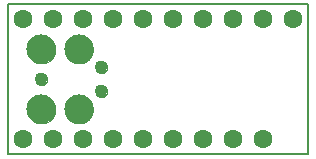
<source format=gbs>
G75*
%MOIN*%
%OFA0B0*%
%FSLAX25Y25*%
%IPPOS*%
%LPD*%
%AMOC8*
5,1,8,0,0,1.08239X$1,22.5*
%
%ADD10C,0.00500*%
%ADD11C,0.00000*%
%ADD12C,0.04300*%
%ADD13C,0.09750*%
%ADD14C,0.06306*%
D10*
X0003750Y0001400D02*
X0003750Y0051400D01*
X0103750Y0051400D01*
X0103750Y0001400D01*
X0003750Y0001400D01*
D11*
X0010075Y0016400D02*
X0010077Y0016537D01*
X0010083Y0016673D01*
X0010093Y0016809D01*
X0010107Y0016945D01*
X0010125Y0017081D01*
X0010147Y0017216D01*
X0010172Y0017350D01*
X0010202Y0017483D01*
X0010236Y0017615D01*
X0010273Y0017747D01*
X0010314Y0017877D01*
X0010360Y0018006D01*
X0010408Y0018134D01*
X0010461Y0018260D01*
X0010517Y0018384D01*
X0010577Y0018507D01*
X0010640Y0018628D01*
X0010707Y0018747D01*
X0010777Y0018864D01*
X0010851Y0018980D01*
X0010928Y0019092D01*
X0011008Y0019203D01*
X0011092Y0019311D01*
X0011179Y0019417D01*
X0011268Y0019520D01*
X0011361Y0019620D01*
X0011456Y0019718D01*
X0011555Y0019813D01*
X0011656Y0019905D01*
X0011760Y0019993D01*
X0011866Y0020079D01*
X0011975Y0020162D01*
X0012086Y0020241D01*
X0012199Y0020318D01*
X0012315Y0020391D01*
X0012432Y0020460D01*
X0012552Y0020526D01*
X0012673Y0020588D01*
X0012797Y0020647D01*
X0012922Y0020703D01*
X0013048Y0020754D01*
X0013176Y0020802D01*
X0013305Y0020846D01*
X0013436Y0020887D01*
X0013568Y0020923D01*
X0013700Y0020956D01*
X0013834Y0020984D01*
X0013968Y0021009D01*
X0014103Y0021030D01*
X0014239Y0021047D01*
X0014375Y0021060D01*
X0014511Y0021069D01*
X0014648Y0021074D01*
X0014784Y0021075D01*
X0014921Y0021072D01*
X0015057Y0021065D01*
X0015193Y0021054D01*
X0015329Y0021039D01*
X0015464Y0021020D01*
X0015599Y0020997D01*
X0015733Y0020970D01*
X0015866Y0020940D01*
X0015998Y0020905D01*
X0016130Y0020867D01*
X0016259Y0020825D01*
X0016388Y0020779D01*
X0016515Y0020729D01*
X0016641Y0020675D01*
X0016765Y0020618D01*
X0016888Y0020558D01*
X0017008Y0020493D01*
X0017127Y0020426D01*
X0017243Y0020355D01*
X0017358Y0020280D01*
X0017470Y0020202D01*
X0017580Y0020121D01*
X0017688Y0020037D01*
X0017793Y0019949D01*
X0017895Y0019859D01*
X0017995Y0019766D01*
X0018092Y0019669D01*
X0018186Y0019570D01*
X0018277Y0019469D01*
X0018365Y0019364D01*
X0018450Y0019257D01*
X0018532Y0019148D01*
X0018611Y0019036D01*
X0018686Y0018922D01*
X0018758Y0018806D01*
X0018827Y0018688D01*
X0018892Y0018568D01*
X0018954Y0018446D01*
X0019012Y0018322D01*
X0019066Y0018197D01*
X0019117Y0018070D01*
X0019163Y0017942D01*
X0019207Y0017812D01*
X0019246Y0017681D01*
X0019282Y0017549D01*
X0019313Y0017416D01*
X0019341Y0017283D01*
X0019365Y0017148D01*
X0019385Y0017013D01*
X0019401Y0016877D01*
X0019413Y0016741D01*
X0019421Y0016605D01*
X0019425Y0016468D01*
X0019425Y0016332D01*
X0019421Y0016195D01*
X0019413Y0016059D01*
X0019401Y0015923D01*
X0019385Y0015787D01*
X0019365Y0015652D01*
X0019341Y0015517D01*
X0019313Y0015384D01*
X0019282Y0015251D01*
X0019246Y0015119D01*
X0019207Y0014988D01*
X0019163Y0014858D01*
X0019117Y0014730D01*
X0019066Y0014603D01*
X0019012Y0014478D01*
X0018954Y0014354D01*
X0018892Y0014232D01*
X0018827Y0014112D01*
X0018758Y0013994D01*
X0018686Y0013878D01*
X0018611Y0013764D01*
X0018532Y0013652D01*
X0018450Y0013543D01*
X0018365Y0013436D01*
X0018277Y0013331D01*
X0018186Y0013230D01*
X0018092Y0013131D01*
X0017995Y0013034D01*
X0017895Y0012941D01*
X0017793Y0012851D01*
X0017688Y0012763D01*
X0017580Y0012679D01*
X0017470Y0012598D01*
X0017358Y0012520D01*
X0017243Y0012445D01*
X0017127Y0012374D01*
X0017008Y0012307D01*
X0016888Y0012242D01*
X0016765Y0012182D01*
X0016641Y0012125D01*
X0016515Y0012071D01*
X0016388Y0012021D01*
X0016259Y0011975D01*
X0016130Y0011933D01*
X0015998Y0011895D01*
X0015866Y0011860D01*
X0015733Y0011830D01*
X0015599Y0011803D01*
X0015464Y0011780D01*
X0015329Y0011761D01*
X0015193Y0011746D01*
X0015057Y0011735D01*
X0014921Y0011728D01*
X0014784Y0011725D01*
X0014648Y0011726D01*
X0014511Y0011731D01*
X0014375Y0011740D01*
X0014239Y0011753D01*
X0014103Y0011770D01*
X0013968Y0011791D01*
X0013834Y0011816D01*
X0013700Y0011844D01*
X0013568Y0011877D01*
X0013436Y0011913D01*
X0013305Y0011954D01*
X0013176Y0011998D01*
X0013048Y0012046D01*
X0012922Y0012097D01*
X0012797Y0012153D01*
X0012673Y0012212D01*
X0012552Y0012274D01*
X0012432Y0012340D01*
X0012315Y0012409D01*
X0012199Y0012482D01*
X0012086Y0012559D01*
X0011975Y0012638D01*
X0011866Y0012721D01*
X0011760Y0012807D01*
X0011656Y0012895D01*
X0011555Y0012987D01*
X0011456Y0013082D01*
X0011361Y0013180D01*
X0011268Y0013280D01*
X0011179Y0013383D01*
X0011092Y0013489D01*
X0011008Y0013597D01*
X0010928Y0013708D01*
X0010851Y0013820D01*
X0010777Y0013936D01*
X0010707Y0014053D01*
X0010640Y0014172D01*
X0010577Y0014293D01*
X0010517Y0014416D01*
X0010461Y0014540D01*
X0010408Y0014666D01*
X0010360Y0014794D01*
X0010314Y0014923D01*
X0010273Y0015053D01*
X0010236Y0015185D01*
X0010202Y0015317D01*
X0010172Y0015450D01*
X0010147Y0015584D01*
X0010125Y0015719D01*
X0010107Y0015855D01*
X0010093Y0015991D01*
X0010083Y0016127D01*
X0010077Y0016263D01*
X0010075Y0016400D01*
X0022575Y0016400D02*
X0022577Y0016537D01*
X0022583Y0016673D01*
X0022593Y0016809D01*
X0022607Y0016945D01*
X0022625Y0017081D01*
X0022647Y0017216D01*
X0022672Y0017350D01*
X0022702Y0017483D01*
X0022736Y0017615D01*
X0022773Y0017747D01*
X0022814Y0017877D01*
X0022860Y0018006D01*
X0022908Y0018134D01*
X0022961Y0018260D01*
X0023017Y0018384D01*
X0023077Y0018507D01*
X0023140Y0018628D01*
X0023207Y0018747D01*
X0023277Y0018864D01*
X0023351Y0018980D01*
X0023428Y0019092D01*
X0023508Y0019203D01*
X0023592Y0019311D01*
X0023679Y0019417D01*
X0023768Y0019520D01*
X0023861Y0019620D01*
X0023956Y0019718D01*
X0024055Y0019813D01*
X0024156Y0019905D01*
X0024260Y0019993D01*
X0024366Y0020079D01*
X0024475Y0020162D01*
X0024586Y0020241D01*
X0024699Y0020318D01*
X0024815Y0020391D01*
X0024932Y0020460D01*
X0025052Y0020526D01*
X0025173Y0020588D01*
X0025297Y0020647D01*
X0025422Y0020703D01*
X0025548Y0020754D01*
X0025676Y0020802D01*
X0025805Y0020846D01*
X0025936Y0020887D01*
X0026068Y0020923D01*
X0026200Y0020956D01*
X0026334Y0020984D01*
X0026468Y0021009D01*
X0026603Y0021030D01*
X0026739Y0021047D01*
X0026875Y0021060D01*
X0027011Y0021069D01*
X0027148Y0021074D01*
X0027284Y0021075D01*
X0027421Y0021072D01*
X0027557Y0021065D01*
X0027693Y0021054D01*
X0027829Y0021039D01*
X0027964Y0021020D01*
X0028099Y0020997D01*
X0028233Y0020970D01*
X0028366Y0020940D01*
X0028498Y0020905D01*
X0028630Y0020867D01*
X0028759Y0020825D01*
X0028888Y0020779D01*
X0029015Y0020729D01*
X0029141Y0020675D01*
X0029265Y0020618D01*
X0029388Y0020558D01*
X0029508Y0020493D01*
X0029627Y0020426D01*
X0029743Y0020355D01*
X0029858Y0020280D01*
X0029970Y0020202D01*
X0030080Y0020121D01*
X0030188Y0020037D01*
X0030293Y0019949D01*
X0030395Y0019859D01*
X0030495Y0019766D01*
X0030592Y0019669D01*
X0030686Y0019570D01*
X0030777Y0019469D01*
X0030865Y0019364D01*
X0030950Y0019257D01*
X0031032Y0019148D01*
X0031111Y0019036D01*
X0031186Y0018922D01*
X0031258Y0018806D01*
X0031327Y0018688D01*
X0031392Y0018568D01*
X0031454Y0018446D01*
X0031512Y0018322D01*
X0031566Y0018197D01*
X0031617Y0018070D01*
X0031663Y0017942D01*
X0031707Y0017812D01*
X0031746Y0017681D01*
X0031782Y0017549D01*
X0031813Y0017416D01*
X0031841Y0017283D01*
X0031865Y0017148D01*
X0031885Y0017013D01*
X0031901Y0016877D01*
X0031913Y0016741D01*
X0031921Y0016605D01*
X0031925Y0016468D01*
X0031925Y0016332D01*
X0031921Y0016195D01*
X0031913Y0016059D01*
X0031901Y0015923D01*
X0031885Y0015787D01*
X0031865Y0015652D01*
X0031841Y0015517D01*
X0031813Y0015384D01*
X0031782Y0015251D01*
X0031746Y0015119D01*
X0031707Y0014988D01*
X0031663Y0014858D01*
X0031617Y0014730D01*
X0031566Y0014603D01*
X0031512Y0014478D01*
X0031454Y0014354D01*
X0031392Y0014232D01*
X0031327Y0014112D01*
X0031258Y0013994D01*
X0031186Y0013878D01*
X0031111Y0013764D01*
X0031032Y0013652D01*
X0030950Y0013543D01*
X0030865Y0013436D01*
X0030777Y0013331D01*
X0030686Y0013230D01*
X0030592Y0013131D01*
X0030495Y0013034D01*
X0030395Y0012941D01*
X0030293Y0012851D01*
X0030188Y0012763D01*
X0030080Y0012679D01*
X0029970Y0012598D01*
X0029858Y0012520D01*
X0029743Y0012445D01*
X0029627Y0012374D01*
X0029508Y0012307D01*
X0029388Y0012242D01*
X0029265Y0012182D01*
X0029141Y0012125D01*
X0029015Y0012071D01*
X0028888Y0012021D01*
X0028759Y0011975D01*
X0028630Y0011933D01*
X0028498Y0011895D01*
X0028366Y0011860D01*
X0028233Y0011830D01*
X0028099Y0011803D01*
X0027964Y0011780D01*
X0027829Y0011761D01*
X0027693Y0011746D01*
X0027557Y0011735D01*
X0027421Y0011728D01*
X0027284Y0011725D01*
X0027148Y0011726D01*
X0027011Y0011731D01*
X0026875Y0011740D01*
X0026739Y0011753D01*
X0026603Y0011770D01*
X0026468Y0011791D01*
X0026334Y0011816D01*
X0026200Y0011844D01*
X0026068Y0011877D01*
X0025936Y0011913D01*
X0025805Y0011954D01*
X0025676Y0011998D01*
X0025548Y0012046D01*
X0025422Y0012097D01*
X0025297Y0012153D01*
X0025173Y0012212D01*
X0025052Y0012274D01*
X0024932Y0012340D01*
X0024815Y0012409D01*
X0024699Y0012482D01*
X0024586Y0012559D01*
X0024475Y0012638D01*
X0024366Y0012721D01*
X0024260Y0012807D01*
X0024156Y0012895D01*
X0024055Y0012987D01*
X0023956Y0013082D01*
X0023861Y0013180D01*
X0023768Y0013280D01*
X0023679Y0013383D01*
X0023592Y0013489D01*
X0023508Y0013597D01*
X0023428Y0013708D01*
X0023351Y0013820D01*
X0023277Y0013936D01*
X0023207Y0014053D01*
X0023140Y0014172D01*
X0023077Y0014293D01*
X0023017Y0014416D01*
X0022961Y0014540D01*
X0022908Y0014666D01*
X0022860Y0014794D01*
X0022814Y0014923D01*
X0022773Y0015053D01*
X0022736Y0015185D01*
X0022702Y0015317D01*
X0022672Y0015450D01*
X0022647Y0015584D01*
X0022625Y0015719D01*
X0022607Y0015855D01*
X0022593Y0015991D01*
X0022583Y0016127D01*
X0022577Y0016263D01*
X0022575Y0016400D01*
X0032800Y0022400D02*
X0032802Y0022488D01*
X0032808Y0022576D01*
X0032818Y0022664D01*
X0032832Y0022751D01*
X0032850Y0022837D01*
X0032871Y0022922D01*
X0032897Y0023007D01*
X0032926Y0023090D01*
X0032959Y0023172D01*
X0032996Y0023252D01*
X0033036Y0023330D01*
X0033080Y0023407D01*
X0033127Y0023481D01*
X0033178Y0023553D01*
X0033231Y0023623D01*
X0033288Y0023691D01*
X0033348Y0023755D01*
X0033411Y0023817D01*
X0033476Y0023876D01*
X0033544Y0023932D01*
X0033615Y0023985D01*
X0033687Y0024035D01*
X0033762Y0024081D01*
X0033839Y0024124D01*
X0033918Y0024164D01*
X0033999Y0024199D01*
X0034081Y0024232D01*
X0034164Y0024260D01*
X0034249Y0024285D01*
X0034335Y0024305D01*
X0034421Y0024322D01*
X0034508Y0024335D01*
X0034596Y0024344D01*
X0034684Y0024349D01*
X0034772Y0024350D01*
X0034860Y0024347D01*
X0034948Y0024340D01*
X0035035Y0024329D01*
X0035122Y0024314D01*
X0035208Y0024295D01*
X0035294Y0024273D01*
X0035378Y0024246D01*
X0035460Y0024216D01*
X0035542Y0024182D01*
X0035622Y0024144D01*
X0035699Y0024103D01*
X0035775Y0024059D01*
X0035849Y0024011D01*
X0035921Y0023959D01*
X0035990Y0023905D01*
X0036057Y0023847D01*
X0036121Y0023787D01*
X0036182Y0023723D01*
X0036241Y0023657D01*
X0036296Y0023589D01*
X0036348Y0023517D01*
X0036397Y0023444D01*
X0036442Y0023369D01*
X0036484Y0023291D01*
X0036523Y0023212D01*
X0036558Y0023131D01*
X0036589Y0023048D01*
X0036616Y0022965D01*
X0036640Y0022880D01*
X0036660Y0022794D01*
X0036676Y0022707D01*
X0036688Y0022620D01*
X0036696Y0022532D01*
X0036700Y0022444D01*
X0036700Y0022356D01*
X0036696Y0022268D01*
X0036688Y0022180D01*
X0036676Y0022093D01*
X0036660Y0022006D01*
X0036640Y0021920D01*
X0036616Y0021835D01*
X0036589Y0021752D01*
X0036558Y0021669D01*
X0036523Y0021588D01*
X0036484Y0021509D01*
X0036442Y0021431D01*
X0036397Y0021356D01*
X0036348Y0021283D01*
X0036296Y0021211D01*
X0036241Y0021143D01*
X0036182Y0021077D01*
X0036121Y0021013D01*
X0036057Y0020953D01*
X0035990Y0020895D01*
X0035921Y0020841D01*
X0035849Y0020789D01*
X0035775Y0020741D01*
X0035699Y0020697D01*
X0035622Y0020656D01*
X0035542Y0020618D01*
X0035460Y0020584D01*
X0035378Y0020554D01*
X0035294Y0020527D01*
X0035208Y0020505D01*
X0035122Y0020486D01*
X0035035Y0020471D01*
X0034948Y0020460D01*
X0034860Y0020453D01*
X0034772Y0020450D01*
X0034684Y0020451D01*
X0034596Y0020456D01*
X0034508Y0020465D01*
X0034421Y0020478D01*
X0034335Y0020495D01*
X0034249Y0020515D01*
X0034164Y0020540D01*
X0034081Y0020568D01*
X0033999Y0020601D01*
X0033918Y0020636D01*
X0033839Y0020676D01*
X0033762Y0020719D01*
X0033687Y0020765D01*
X0033615Y0020815D01*
X0033544Y0020868D01*
X0033476Y0020924D01*
X0033411Y0020983D01*
X0033348Y0021045D01*
X0033288Y0021109D01*
X0033231Y0021177D01*
X0033178Y0021247D01*
X0033127Y0021319D01*
X0033080Y0021393D01*
X0033036Y0021470D01*
X0032996Y0021548D01*
X0032959Y0021628D01*
X0032926Y0021710D01*
X0032897Y0021793D01*
X0032871Y0021878D01*
X0032850Y0021963D01*
X0032832Y0022049D01*
X0032818Y0022136D01*
X0032808Y0022224D01*
X0032802Y0022312D01*
X0032800Y0022400D01*
X0032800Y0030400D02*
X0032802Y0030488D01*
X0032808Y0030576D01*
X0032818Y0030664D01*
X0032832Y0030751D01*
X0032850Y0030837D01*
X0032871Y0030922D01*
X0032897Y0031007D01*
X0032926Y0031090D01*
X0032959Y0031172D01*
X0032996Y0031252D01*
X0033036Y0031330D01*
X0033080Y0031407D01*
X0033127Y0031481D01*
X0033178Y0031553D01*
X0033231Y0031623D01*
X0033288Y0031691D01*
X0033348Y0031755D01*
X0033411Y0031817D01*
X0033476Y0031876D01*
X0033544Y0031932D01*
X0033615Y0031985D01*
X0033687Y0032035D01*
X0033762Y0032081D01*
X0033839Y0032124D01*
X0033918Y0032164D01*
X0033999Y0032199D01*
X0034081Y0032232D01*
X0034164Y0032260D01*
X0034249Y0032285D01*
X0034335Y0032305D01*
X0034421Y0032322D01*
X0034508Y0032335D01*
X0034596Y0032344D01*
X0034684Y0032349D01*
X0034772Y0032350D01*
X0034860Y0032347D01*
X0034948Y0032340D01*
X0035035Y0032329D01*
X0035122Y0032314D01*
X0035208Y0032295D01*
X0035294Y0032273D01*
X0035378Y0032246D01*
X0035460Y0032216D01*
X0035542Y0032182D01*
X0035622Y0032144D01*
X0035699Y0032103D01*
X0035775Y0032059D01*
X0035849Y0032011D01*
X0035921Y0031959D01*
X0035990Y0031905D01*
X0036057Y0031847D01*
X0036121Y0031787D01*
X0036182Y0031723D01*
X0036241Y0031657D01*
X0036296Y0031589D01*
X0036348Y0031517D01*
X0036397Y0031444D01*
X0036442Y0031369D01*
X0036484Y0031291D01*
X0036523Y0031212D01*
X0036558Y0031131D01*
X0036589Y0031048D01*
X0036616Y0030965D01*
X0036640Y0030880D01*
X0036660Y0030794D01*
X0036676Y0030707D01*
X0036688Y0030620D01*
X0036696Y0030532D01*
X0036700Y0030444D01*
X0036700Y0030356D01*
X0036696Y0030268D01*
X0036688Y0030180D01*
X0036676Y0030093D01*
X0036660Y0030006D01*
X0036640Y0029920D01*
X0036616Y0029835D01*
X0036589Y0029752D01*
X0036558Y0029669D01*
X0036523Y0029588D01*
X0036484Y0029509D01*
X0036442Y0029431D01*
X0036397Y0029356D01*
X0036348Y0029283D01*
X0036296Y0029211D01*
X0036241Y0029143D01*
X0036182Y0029077D01*
X0036121Y0029013D01*
X0036057Y0028953D01*
X0035990Y0028895D01*
X0035921Y0028841D01*
X0035849Y0028789D01*
X0035775Y0028741D01*
X0035699Y0028697D01*
X0035622Y0028656D01*
X0035542Y0028618D01*
X0035460Y0028584D01*
X0035378Y0028554D01*
X0035294Y0028527D01*
X0035208Y0028505D01*
X0035122Y0028486D01*
X0035035Y0028471D01*
X0034948Y0028460D01*
X0034860Y0028453D01*
X0034772Y0028450D01*
X0034684Y0028451D01*
X0034596Y0028456D01*
X0034508Y0028465D01*
X0034421Y0028478D01*
X0034335Y0028495D01*
X0034249Y0028515D01*
X0034164Y0028540D01*
X0034081Y0028568D01*
X0033999Y0028601D01*
X0033918Y0028636D01*
X0033839Y0028676D01*
X0033762Y0028719D01*
X0033687Y0028765D01*
X0033615Y0028815D01*
X0033544Y0028868D01*
X0033476Y0028924D01*
X0033411Y0028983D01*
X0033348Y0029045D01*
X0033288Y0029109D01*
X0033231Y0029177D01*
X0033178Y0029247D01*
X0033127Y0029319D01*
X0033080Y0029393D01*
X0033036Y0029470D01*
X0032996Y0029548D01*
X0032959Y0029628D01*
X0032926Y0029710D01*
X0032897Y0029793D01*
X0032871Y0029878D01*
X0032850Y0029963D01*
X0032832Y0030049D01*
X0032818Y0030136D01*
X0032808Y0030224D01*
X0032802Y0030312D01*
X0032800Y0030400D01*
X0022575Y0036400D02*
X0022577Y0036537D01*
X0022583Y0036673D01*
X0022593Y0036809D01*
X0022607Y0036945D01*
X0022625Y0037081D01*
X0022647Y0037216D01*
X0022672Y0037350D01*
X0022702Y0037483D01*
X0022736Y0037615D01*
X0022773Y0037747D01*
X0022814Y0037877D01*
X0022860Y0038006D01*
X0022908Y0038134D01*
X0022961Y0038260D01*
X0023017Y0038384D01*
X0023077Y0038507D01*
X0023140Y0038628D01*
X0023207Y0038747D01*
X0023277Y0038864D01*
X0023351Y0038980D01*
X0023428Y0039092D01*
X0023508Y0039203D01*
X0023592Y0039311D01*
X0023679Y0039417D01*
X0023768Y0039520D01*
X0023861Y0039620D01*
X0023956Y0039718D01*
X0024055Y0039813D01*
X0024156Y0039905D01*
X0024260Y0039993D01*
X0024366Y0040079D01*
X0024475Y0040162D01*
X0024586Y0040241D01*
X0024699Y0040318D01*
X0024815Y0040391D01*
X0024932Y0040460D01*
X0025052Y0040526D01*
X0025173Y0040588D01*
X0025297Y0040647D01*
X0025422Y0040703D01*
X0025548Y0040754D01*
X0025676Y0040802D01*
X0025805Y0040846D01*
X0025936Y0040887D01*
X0026068Y0040923D01*
X0026200Y0040956D01*
X0026334Y0040984D01*
X0026468Y0041009D01*
X0026603Y0041030D01*
X0026739Y0041047D01*
X0026875Y0041060D01*
X0027011Y0041069D01*
X0027148Y0041074D01*
X0027284Y0041075D01*
X0027421Y0041072D01*
X0027557Y0041065D01*
X0027693Y0041054D01*
X0027829Y0041039D01*
X0027964Y0041020D01*
X0028099Y0040997D01*
X0028233Y0040970D01*
X0028366Y0040940D01*
X0028498Y0040905D01*
X0028630Y0040867D01*
X0028759Y0040825D01*
X0028888Y0040779D01*
X0029015Y0040729D01*
X0029141Y0040675D01*
X0029265Y0040618D01*
X0029388Y0040558D01*
X0029508Y0040493D01*
X0029627Y0040426D01*
X0029743Y0040355D01*
X0029858Y0040280D01*
X0029970Y0040202D01*
X0030080Y0040121D01*
X0030188Y0040037D01*
X0030293Y0039949D01*
X0030395Y0039859D01*
X0030495Y0039766D01*
X0030592Y0039669D01*
X0030686Y0039570D01*
X0030777Y0039469D01*
X0030865Y0039364D01*
X0030950Y0039257D01*
X0031032Y0039148D01*
X0031111Y0039036D01*
X0031186Y0038922D01*
X0031258Y0038806D01*
X0031327Y0038688D01*
X0031392Y0038568D01*
X0031454Y0038446D01*
X0031512Y0038322D01*
X0031566Y0038197D01*
X0031617Y0038070D01*
X0031663Y0037942D01*
X0031707Y0037812D01*
X0031746Y0037681D01*
X0031782Y0037549D01*
X0031813Y0037416D01*
X0031841Y0037283D01*
X0031865Y0037148D01*
X0031885Y0037013D01*
X0031901Y0036877D01*
X0031913Y0036741D01*
X0031921Y0036605D01*
X0031925Y0036468D01*
X0031925Y0036332D01*
X0031921Y0036195D01*
X0031913Y0036059D01*
X0031901Y0035923D01*
X0031885Y0035787D01*
X0031865Y0035652D01*
X0031841Y0035517D01*
X0031813Y0035384D01*
X0031782Y0035251D01*
X0031746Y0035119D01*
X0031707Y0034988D01*
X0031663Y0034858D01*
X0031617Y0034730D01*
X0031566Y0034603D01*
X0031512Y0034478D01*
X0031454Y0034354D01*
X0031392Y0034232D01*
X0031327Y0034112D01*
X0031258Y0033994D01*
X0031186Y0033878D01*
X0031111Y0033764D01*
X0031032Y0033652D01*
X0030950Y0033543D01*
X0030865Y0033436D01*
X0030777Y0033331D01*
X0030686Y0033230D01*
X0030592Y0033131D01*
X0030495Y0033034D01*
X0030395Y0032941D01*
X0030293Y0032851D01*
X0030188Y0032763D01*
X0030080Y0032679D01*
X0029970Y0032598D01*
X0029858Y0032520D01*
X0029743Y0032445D01*
X0029627Y0032374D01*
X0029508Y0032307D01*
X0029388Y0032242D01*
X0029265Y0032182D01*
X0029141Y0032125D01*
X0029015Y0032071D01*
X0028888Y0032021D01*
X0028759Y0031975D01*
X0028630Y0031933D01*
X0028498Y0031895D01*
X0028366Y0031860D01*
X0028233Y0031830D01*
X0028099Y0031803D01*
X0027964Y0031780D01*
X0027829Y0031761D01*
X0027693Y0031746D01*
X0027557Y0031735D01*
X0027421Y0031728D01*
X0027284Y0031725D01*
X0027148Y0031726D01*
X0027011Y0031731D01*
X0026875Y0031740D01*
X0026739Y0031753D01*
X0026603Y0031770D01*
X0026468Y0031791D01*
X0026334Y0031816D01*
X0026200Y0031844D01*
X0026068Y0031877D01*
X0025936Y0031913D01*
X0025805Y0031954D01*
X0025676Y0031998D01*
X0025548Y0032046D01*
X0025422Y0032097D01*
X0025297Y0032153D01*
X0025173Y0032212D01*
X0025052Y0032274D01*
X0024932Y0032340D01*
X0024815Y0032409D01*
X0024699Y0032482D01*
X0024586Y0032559D01*
X0024475Y0032638D01*
X0024366Y0032721D01*
X0024260Y0032807D01*
X0024156Y0032895D01*
X0024055Y0032987D01*
X0023956Y0033082D01*
X0023861Y0033180D01*
X0023768Y0033280D01*
X0023679Y0033383D01*
X0023592Y0033489D01*
X0023508Y0033597D01*
X0023428Y0033708D01*
X0023351Y0033820D01*
X0023277Y0033936D01*
X0023207Y0034053D01*
X0023140Y0034172D01*
X0023077Y0034293D01*
X0023017Y0034416D01*
X0022961Y0034540D01*
X0022908Y0034666D01*
X0022860Y0034794D01*
X0022814Y0034923D01*
X0022773Y0035053D01*
X0022736Y0035185D01*
X0022702Y0035317D01*
X0022672Y0035450D01*
X0022647Y0035584D01*
X0022625Y0035719D01*
X0022607Y0035855D01*
X0022593Y0035991D01*
X0022583Y0036127D01*
X0022577Y0036263D01*
X0022575Y0036400D01*
X0010075Y0036400D02*
X0010077Y0036537D01*
X0010083Y0036673D01*
X0010093Y0036809D01*
X0010107Y0036945D01*
X0010125Y0037081D01*
X0010147Y0037216D01*
X0010172Y0037350D01*
X0010202Y0037483D01*
X0010236Y0037615D01*
X0010273Y0037747D01*
X0010314Y0037877D01*
X0010360Y0038006D01*
X0010408Y0038134D01*
X0010461Y0038260D01*
X0010517Y0038384D01*
X0010577Y0038507D01*
X0010640Y0038628D01*
X0010707Y0038747D01*
X0010777Y0038864D01*
X0010851Y0038980D01*
X0010928Y0039092D01*
X0011008Y0039203D01*
X0011092Y0039311D01*
X0011179Y0039417D01*
X0011268Y0039520D01*
X0011361Y0039620D01*
X0011456Y0039718D01*
X0011555Y0039813D01*
X0011656Y0039905D01*
X0011760Y0039993D01*
X0011866Y0040079D01*
X0011975Y0040162D01*
X0012086Y0040241D01*
X0012199Y0040318D01*
X0012315Y0040391D01*
X0012432Y0040460D01*
X0012552Y0040526D01*
X0012673Y0040588D01*
X0012797Y0040647D01*
X0012922Y0040703D01*
X0013048Y0040754D01*
X0013176Y0040802D01*
X0013305Y0040846D01*
X0013436Y0040887D01*
X0013568Y0040923D01*
X0013700Y0040956D01*
X0013834Y0040984D01*
X0013968Y0041009D01*
X0014103Y0041030D01*
X0014239Y0041047D01*
X0014375Y0041060D01*
X0014511Y0041069D01*
X0014648Y0041074D01*
X0014784Y0041075D01*
X0014921Y0041072D01*
X0015057Y0041065D01*
X0015193Y0041054D01*
X0015329Y0041039D01*
X0015464Y0041020D01*
X0015599Y0040997D01*
X0015733Y0040970D01*
X0015866Y0040940D01*
X0015998Y0040905D01*
X0016130Y0040867D01*
X0016259Y0040825D01*
X0016388Y0040779D01*
X0016515Y0040729D01*
X0016641Y0040675D01*
X0016765Y0040618D01*
X0016888Y0040558D01*
X0017008Y0040493D01*
X0017127Y0040426D01*
X0017243Y0040355D01*
X0017358Y0040280D01*
X0017470Y0040202D01*
X0017580Y0040121D01*
X0017688Y0040037D01*
X0017793Y0039949D01*
X0017895Y0039859D01*
X0017995Y0039766D01*
X0018092Y0039669D01*
X0018186Y0039570D01*
X0018277Y0039469D01*
X0018365Y0039364D01*
X0018450Y0039257D01*
X0018532Y0039148D01*
X0018611Y0039036D01*
X0018686Y0038922D01*
X0018758Y0038806D01*
X0018827Y0038688D01*
X0018892Y0038568D01*
X0018954Y0038446D01*
X0019012Y0038322D01*
X0019066Y0038197D01*
X0019117Y0038070D01*
X0019163Y0037942D01*
X0019207Y0037812D01*
X0019246Y0037681D01*
X0019282Y0037549D01*
X0019313Y0037416D01*
X0019341Y0037283D01*
X0019365Y0037148D01*
X0019385Y0037013D01*
X0019401Y0036877D01*
X0019413Y0036741D01*
X0019421Y0036605D01*
X0019425Y0036468D01*
X0019425Y0036332D01*
X0019421Y0036195D01*
X0019413Y0036059D01*
X0019401Y0035923D01*
X0019385Y0035787D01*
X0019365Y0035652D01*
X0019341Y0035517D01*
X0019313Y0035384D01*
X0019282Y0035251D01*
X0019246Y0035119D01*
X0019207Y0034988D01*
X0019163Y0034858D01*
X0019117Y0034730D01*
X0019066Y0034603D01*
X0019012Y0034478D01*
X0018954Y0034354D01*
X0018892Y0034232D01*
X0018827Y0034112D01*
X0018758Y0033994D01*
X0018686Y0033878D01*
X0018611Y0033764D01*
X0018532Y0033652D01*
X0018450Y0033543D01*
X0018365Y0033436D01*
X0018277Y0033331D01*
X0018186Y0033230D01*
X0018092Y0033131D01*
X0017995Y0033034D01*
X0017895Y0032941D01*
X0017793Y0032851D01*
X0017688Y0032763D01*
X0017580Y0032679D01*
X0017470Y0032598D01*
X0017358Y0032520D01*
X0017243Y0032445D01*
X0017127Y0032374D01*
X0017008Y0032307D01*
X0016888Y0032242D01*
X0016765Y0032182D01*
X0016641Y0032125D01*
X0016515Y0032071D01*
X0016388Y0032021D01*
X0016259Y0031975D01*
X0016130Y0031933D01*
X0015998Y0031895D01*
X0015866Y0031860D01*
X0015733Y0031830D01*
X0015599Y0031803D01*
X0015464Y0031780D01*
X0015329Y0031761D01*
X0015193Y0031746D01*
X0015057Y0031735D01*
X0014921Y0031728D01*
X0014784Y0031725D01*
X0014648Y0031726D01*
X0014511Y0031731D01*
X0014375Y0031740D01*
X0014239Y0031753D01*
X0014103Y0031770D01*
X0013968Y0031791D01*
X0013834Y0031816D01*
X0013700Y0031844D01*
X0013568Y0031877D01*
X0013436Y0031913D01*
X0013305Y0031954D01*
X0013176Y0031998D01*
X0013048Y0032046D01*
X0012922Y0032097D01*
X0012797Y0032153D01*
X0012673Y0032212D01*
X0012552Y0032274D01*
X0012432Y0032340D01*
X0012315Y0032409D01*
X0012199Y0032482D01*
X0012086Y0032559D01*
X0011975Y0032638D01*
X0011866Y0032721D01*
X0011760Y0032807D01*
X0011656Y0032895D01*
X0011555Y0032987D01*
X0011456Y0033082D01*
X0011361Y0033180D01*
X0011268Y0033280D01*
X0011179Y0033383D01*
X0011092Y0033489D01*
X0011008Y0033597D01*
X0010928Y0033708D01*
X0010851Y0033820D01*
X0010777Y0033936D01*
X0010707Y0034053D01*
X0010640Y0034172D01*
X0010577Y0034293D01*
X0010517Y0034416D01*
X0010461Y0034540D01*
X0010408Y0034666D01*
X0010360Y0034794D01*
X0010314Y0034923D01*
X0010273Y0035053D01*
X0010236Y0035185D01*
X0010202Y0035317D01*
X0010172Y0035450D01*
X0010147Y0035584D01*
X0010125Y0035719D01*
X0010107Y0035855D01*
X0010093Y0035991D01*
X0010083Y0036127D01*
X0010077Y0036263D01*
X0010075Y0036400D01*
X0012800Y0026400D02*
X0012802Y0026488D01*
X0012808Y0026576D01*
X0012818Y0026664D01*
X0012832Y0026751D01*
X0012850Y0026837D01*
X0012871Y0026922D01*
X0012897Y0027007D01*
X0012926Y0027090D01*
X0012959Y0027172D01*
X0012996Y0027252D01*
X0013036Y0027330D01*
X0013080Y0027407D01*
X0013127Y0027481D01*
X0013178Y0027553D01*
X0013231Y0027623D01*
X0013288Y0027691D01*
X0013348Y0027755D01*
X0013411Y0027817D01*
X0013476Y0027876D01*
X0013544Y0027932D01*
X0013615Y0027985D01*
X0013687Y0028035D01*
X0013762Y0028081D01*
X0013839Y0028124D01*
X0013918Y0028164D01*
X0013999Y0028199D01*
X0014081Y0028232D01*
X0014164Y0028260D01*
X0014249Y0028285D01*
X0014335Y0028305D01*
X0014421Y0028322D01*
X0014508Y0028335D01*
X0014596Y0028344D01*
X0014684Y0028349D01*
X0014772Y0028350D01*
X0014860Y0028347D01*
X0014948Y0028340D01*
X0015035Y0028329D01*
X0015122Y0028314D01*
X0015208Y0028295D01*
X0015294Y0028273D01*
X0015378Y0028246D01*
X0015460Y0028216D01*
X0015542Y0028182D01*
X0015622Y0028144D01*
X0015699Y0028103D01*
X0015775Y0028059D01*
X0015849Y0028011D01*
X0015921Y0027959D01*
X0015990Y0027905D01*
X0016057Y0027847D01*
X0016121Y0027787D01*
X0016182Y0027723D01*
X0016241Y0027657D01*
X0016296Y0027589D01*
X0016348Y0027517D01*
X0016397Y0027444D01*
X0016442Y0027369D01*
X0016484Y0027291D01*
X0016523Y0027212D01*
X0016558Y0027131D01*
X0016589Y0027048D01*
X0016616Y0026965D01*
X0016640Y0026880D01*
X0016660Y0026794D01*
X0016676Y0026707D01*
X0016688Y0026620D01*
X0016696Y0026532D01*
X0016700Y0026444D01*
X0016700Y0026356D01*
X0016696Y0026268D01*
X0016688Y0026180D01*
X0016676Y0026093D01*
X0016660Y0026006D01*
X0016640Y0025920D01*
X0016616Y0025835D01*
X0016589Y0025752D01*
X0016558Y0025669D01*
X0016523Y0025588D01*
X0016484Y0025509D01*
X0016442Y0025431D01*
X0016397Y0025356D01*
X0016348Y0025283D01*
X0016296Y0025211D01*
X0016241Y0025143D01*
X0016182Y0025077D01*
X0016121Y0025013D01*
X0016057Y0024953D01*
X0015990Y0024895D01*
X0015921Y0024841D01*
X0015849Y0024789D01*
X0015775Y0024741D01*
X0015699Y0024697D01*
X0015622Y0024656D01*
X0015542Y0024618D01*
X0015460Y0024584D01*
X0015378Y0024554D01*
X0015294Y0024527D01*
X0015208Y0024505D01*
X0015122Y0024486D01*
X0015035Y0024471D01*
X0014948Y0024460D01*
X0014860Y0024453D01*
X0014772Y0024450D01*
X0014684Y0024451D01*
X0014596Y0024456D01*
X0014508Y0024465D01*
X0014421Y0024478D01*
X0014335Y0024495D01*
X0014249Y0024515D01*
X0014164Y0024540D01*
X0014081Y0024568D01*
X0013999Y0024601D01*
X0013918Y0024636D01*
X0013839Y0024676D01*
X0013762Y0024719D01*
X0013687Y0024765D01*
X0013615Y0024815D01*
X0013544Y0024868D01*
X0013476Y0024924D01*
X0013411Y0024983D01*
X0013348Y0025045D01*
X0013288Y0025109D01*
X0013231Y0025177D01*
X0013178Y0025247D01*
X0013127Y0025319D01*
X0013080Y0025393D01*
X0013036Y0025470D01*
X0012996Y0025548D01*
X0012959Y0025628D01*
X0012926Y0025710D01*
X0012897Y0025793D01*
X0012871Y0025878D01*
X0012850Y0025963D01*
X0012832Y0026049D01*
X0012818Y0026136D01*
X0012808Y0026224D01*
X0012802Y0026312D01*
X0012800Y0026400D01*
D12*
X0014750Y0026400D03*
X0034750Y0022400D03*
X0034750Y0030400D03*
D13*
X0027250Y0036400D03*
X0014750Y0036400D03*
X0014750Y0016400D03*
X0027250Y0016400D03*
D14*
X0028750Y0006400D03*
X0038750Y0006400D03*
X0048750Y0006400D03*
X0058750Y0006400D03*
X0068750Y0006400D03*
X0078750Y0006400D03*
X0088750Y0006400D03*
X0018750Y0006400D03*
X0008750Y0006400D03*
X0008750Y0046400D03*
X0018750Y0046400D03*
X0028750Y0046400D03*
X0038750Y0046400D03*
X0048750Y0046400D03*
X0058750Y0046400D03*
X0068750Y0046400D03*
X0078750Y0046400D03*
X0088750Y0046400D03*
X0098750Y0046400D03*
M02*

</source>
